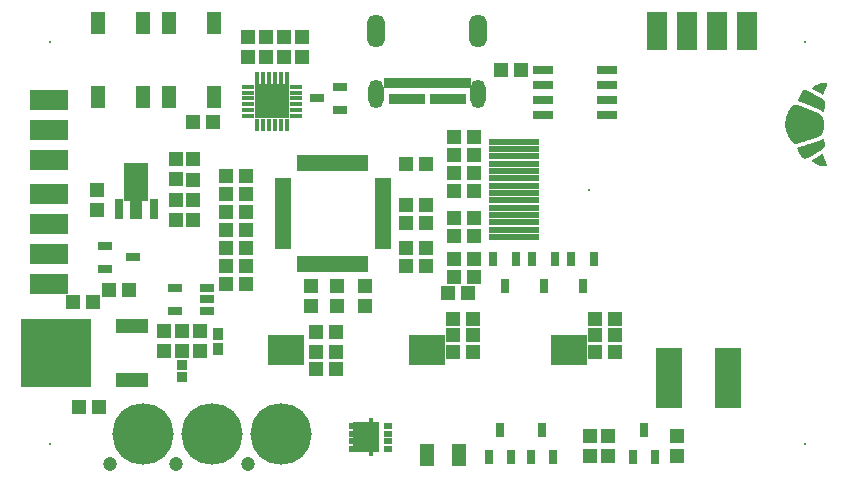
<source format=gbs>
G04*
G04 #@! TF.GenerationSoftware,Altium Limited,Altium Designer,20.1.12 (249)*
G04*
G04 Layer_Color=16711935*
%FSLAX25Y25*%
%MOIN*%
G70*
G04*
G04 #@! TF.SameCoordinates,5D91F948-5D34-48A5-82E7-886A0B8BAD73*
G04*
G04*
G04 #@! TF.FilePolarity,Negative*
G04*
G01*
G75*
%ADD11C,0.00800*%
%ADD12R,0.00800X0.00800*%
%ADD33R,0.01693X0.12638*%
%ADD53R,0.12611X0.06706*%
%ADD54R,0.05131X0.04737*%
%ADD55R,0.23635X0.22973*%
%ADD56R,0.11036X0.04973*%
%ADD57R,0.09068X0.20485*%
%ADD58R,0.03162X0.04934*%
%ADD59R,0.03950X0.02769*%
%ADD60R,0.01981X0.03556*%
%ADD61R,0.04737X0.05131*%
%ADD62R,0.04934X0.03162*%
%ADD63R,0.03300X0.03300*%
%ADD64R,0.03556X0.04343*%
%ADD65R,0.04528X0.02953*%
%ADD66R,0.05131X0.07493*%
%ADD67R,0.08595X0.10446*%
%ADD68R,0.01981X0.02178*%
%ADD69R,0.03162X0.02178*%
%ADD70R,0.06706X0.03162*%
%ADD71R,0.04737X0.07493*%
%ADD72R,0.02965X0.06607*%
%ADD73R,0.03950X0.06607*%
%ADD74R,0.08083X0.13103*%
%ADD75R,0.04737X0.03556*%
%ADD76R,0.06706X0.12611*%
%ADD77C,0.20485*%
%ADD78C,0.04737*%
%ADD79R,0.03950X0.01784*%
%ADD80R,0.01784X0.03950*%
%ADD81R,0.11430X0.11430*%
%ADD82R,0.05524X0.01981*%
%ADD83R,0.01981X0.05524*%
%ADD84R,0.16548X0.02060*%
%ADD85R,0.04540X0.02769*%
%ADD86O,0.05131X0.09461*%
%ADD87O,0.05918X0.11036*%
%ADD88C,0.03556*%
G36*
X270404Y132043D02*
X270821D01*
Y131983D01*
X271000D01*
Y131924D01*
X271119D01*
Y131745D01*
X271060D01*
Y131506D01*
X271000D01*
Y131327D01*
X270940D01*
Y131149D01*
X270881D01*
Y130970D01*
X270821D01*
Y130851D01*
X270761D01*
Y130672D01*
X270702D01*
Y130552D01*
X270642D01*
Y130374D01*
X270583D01*
Y130254D01*
X270523D01*
Y130135D01*
X270463D01*
Y129956D01*
X270404D01*
Y129837D01*
X270344D01*
Y129718D01*
X270285D01*
Y129539D01*
X270225D01*
Y129420D01*
X270165D01*
Y129300D01*
X270106D01*
Y129122D01*
X270046D01*
Y129002D01*
X269987D01*
Y128824D01*
X269927D01*
Y128704D01*
X269867D01*
Y128585D01*
X269808D01*
Y128406D01*
X269748D01*
Y128287D01*
X269688D01*
Y128168D01*
X269629D01*
Y128227D01*
X269510D01*
Y128287D01*
X269390D01*
Y128347D01*
X269271D01*
Y128406D01*
X269212D01*
Y128466D01*
X269092D01*
Y128525D01*
X268973D01*
Y128585D01*
X268854D01*
Y128645D01*
X268735D01*
Y128704D01*
X268675D01*
Y128764D01*
X268556D01*
Y128824D01*
X268436D01*
Y128883D01*
X268317D01*
Y128943D01*
X268198D01*
Y129002D01*
X268079D01*
Y129062D01*
X268019D01*
Y129122D01*
X267900D01*
Y129181D01*
X267781D01*
Y129241D01*
X267661D01*
Y129300D01*
X267542D01*
Y129360D01*
X267423D01*
Y129420D01*
X267363D01*
Y129479D01*
X267244D01*
Y129539D01*
X267125D01*
Y129599D01*
X267006D01*
Y129658D01*
X266886D01*
Y129718D01*
X266827D01*
Y129778D01*
X266707D01*
Y129837D01*
X266588D01*
Y129897D01*
X266469D01*
Y129956D01*
X266350D01*
Y130016D01*
X266231D01*
Y130076D01*
X266171D01*
Y130135D01*
X266052D01*
Y130195D01*
X265932D01*
Y130254D01*
X265992D01*
Y130314D01*
X266052D01*
Y130433D01*
X266171D01*
Y130552D01*
X266231D01*
Y130612D01*
X266290D01*
Y130672D01*
X266350D01*
Y130731D01*
X266469D01*
Y130791D01*
X266529D01*
Y130851D01*
X266588D01*
Y130910D01*
X266648D01*
Y130970D01*
X266707D01*
Y131029D01*
X266827D01*
Y131089D01*
X266886D01*
Y131149D01*
X266946D01*
Y131208D01*
X267065D01*
Y131268D01*
X267125D01*
Y131327D01*
X267244D01*
Y131387D01*
X267363D01*
Y131447D01*
X267483D01*
Y131506D01*
X267602D01*
Y131566D01*
X267721D01*
Y131626D01*
X267840D01*
Y131685D01*
X267959D01*
Y131745D01*
X268138D01*
Y131804D01*
X268317D01*
Y131864D01*
X268496D01*
Y131924D01*
X268794D01*
Y131983D01*
X269033D01*
Y132043D01*
X269569D01*
Y132103D01*
X270404D01*
Y132043D01*
D02*
G37*
G36*
X263846Y129837D02*
X263965D01*
Y129778D01*
X264144D01*
Y129718D01*
X264263D01*
Y129658D01*
X264383D01*
Y129599D01*
X264502D01*
Y129539D01*
X264621D01*
Y129479D01*
X264740D01*
Y129420D01*
X264800D01*
Y129360D01*
X264919D01*
Y129300D01*
X265038D01*
Y129241D01*
X265158D01*
Y129181D01*
X265277D01*
Y129122D01*
X265336D01*
Y129062D01*
X265456D01*
Y129002D01*
X265575D01*
Y128943D01*
X265694D01*
Y128883D01*
X265813D01*
Y128824D01*
X265932D01*
Y128764D01*
X266052D01*
Y128704D01*
X266111D01*
Y128645D01*
X266231D01*
Y128585D01*
X266350D01*
Y128525D01*
X266469D01*
Y128466D01*
X266588D01*
Y128406D01*
X266648D01*
Y128347D01*
X266767D01*
Y128287D01*
X266886D01*
Y128227D01*
X267006D01*
Y128168D01*
X267125D01*
Y128108D01*
X267184D01*
Y128049D01*
X267304D01*
Y127989D01*
X267423D01*
Y127929D01*
X267542D01*
Y127870D01*
X267661D01*
Y127810D01*
X267781D01*
Y127751D01*
X267900D01*
Y127691D01*
X267959D01*
Y127631D01*
X268079D01*
Y127572D01*
X268198D01*
Y127512D01*
X268317D01*
Y127452D01*
X268436D01*
Y127393D01*
X268496D01*
Y127333D01*
X268615D01*
Y127273D01*
X268735D01*
Y127214D01*
X268854D01*
Y127154D01*
X268973D01*
Y127095D01*
X269033D01*
Y127035D01*
X269092D01*
Y126975D01*
X269212D01*
Y126916D01*
X269271D01*
Y126856D01*
X269331D01*
Y126797D01*
X269390D01*
Y126737D01*
X269510D01*
Y126677D01*
X269569D01*
Y126618D01*
X269629D01*
Y126558D01*
X269688D01*
Y126498D01*
X269748D01*
Y126439D01*
X269808D01*
Y126379D01*
X269867D01*
Y126320D01*
X269927D01*
Y126260D01*
X269987D01*
Y126200D01*
X270046D01*
Y126141D01*
X270106D01*
Y126081D01*
X270165D01*
Y125962D01*
X270225D01*
Y125902D01*
X270285D01*
Y125783D01*
X270344D01*
Y125664D01*
X270404D01*
Y125485D01*
X270463D01*
Y124650D01*
X270404D01*
Y124352D01*
X270344D01*
Y124114D01*
X270285D01*
Y123935D01*
X270225D01*
Y123696D01*
X270165D01*
Y123577D01*
X270106D01*
Y123398D01*
X270046D01*
Y123220D01*
X269987D01*
Y123100D01*
X269927D01*
Y122922D01*
X269867D01*
Y122802D01*
X269808D01*
Y122623D01*
X269748D01*
Y122504D01*
X269688D01*
Y122444D01*
X269629D01*
Y122504D01*
X269569D01*
Y122564D01*
X269450D01*
Y122623D01*
X269390D01*
Y122683D01*
X269331D01*
Y122743D01*
X269271D01*
Y122802D01*
X269152D01*
Y122862D01*
X269092D01*
Y122922D01*
X268973D01*
Y122981D01*
X268913D01*
Y123041D01*
X268794D01*
Y123100D01*
X268675D01*
Y123160D01*
X268556D01*
Y123220D01*
X268436D01*
Y123279D01*
X268317D01*
Y123339D01*
X268198D01*
Y123398D01*
X268079D01*
Y123458D01*
X267959D01*
Y123518D01*
X267781D01*
Y123577D01*
X267661D01*
Y123637D01*
X267542D01*
Y123696D01*
X267363D01*
Y123756D01*
X267244D01*
Y123816D01*
X267065D01*
Y123875D01*
X266946D01*
Y123935D01*
X266767D01*
Y123995D01*
X266648D01*
Y124054D01*
X266469D01*
Y124114D01*
X266350D01*
Y124173D01*
X266171D01*
Y124233D01*
X266052D01*
Y124293D01*
X265873D01*
Y124352D01*
X265754D01*
Y124412D01*
X265575D01*
Y124471D01*
X265456D01*
Y124531D01*
X265277D01*
Y124591D01*
X265158D01*
Y124650D01*
X264979D01*
Y124710D01*
X264859D01*
Y124770D01*
X264681D01*
Y124829D01*
X264561D01*
Y124889D01*
X264442D01*
Y124949D01*
X264263D01*
Y125008D01*
X264084D01*
Y125068D01*
X263965D01*
Y125127D01*
X263846D01*
Y125187D01*
X263667D01*
Y125247D01*
X263548D01*
Y125306D01*
X263369D01*
Y125366D01*
X263250D01*
Y125425D01*
X263071D01*
Y125485D01*
X262952D01*
Y125545D01*
X262773D01*
Y125604D01*
X262653D01*
Y125664D01*
X262475D01*
Y125724D01*
X262355D01*
Y125783D01*
X262177D01*
Y125843D01*
X262057D01*
Y125902D01*
X261878D01*
Y125962D01*
X261700D01*
Y126022D01*
X261521D01*
Y126081D01*
X261342D01*
Y126141D01*
X261223D01*
Y126320D01*
X261282D01*
Y126439D01*
X261342D01*
Y126618D01*
X261402D01*
Y126737D01*
X261461D01*
Y126856D01*
X261521D01*
Y127035D01*
X261580D01*
Y127154D01*
X261640D01*
Y127333D01*
X261700D01*
Y127393D01*
X261759D01*
Y127572D01*
X261819D01*
Y127691D01*
X261878D01*
Y127810D01*
X261938D01*
Y127929D01*
X261998D01*
Y128049D01*
X262057D01*
Y128227D01*
X262117D01*
Y128287D01*
X262177D01*
Y128406D01*
X262236D01*
Y128525D01*
X262296D01*
Y128645D01*
X262355D01*
Y128764D01*
X262415D01*
Y128824D01*
X262475D01*
Y128943D01*
X262534D01*
Y129062D01*
X262594D01*
Y129122D01*
X262653D01*
Y129241D01*
X262713D01*
Y129300D01*
X262773D01*
Y129420D01*
X262832D01*
Y129479D01*
X262892D01*
Y129539D01*
X262952D01*
Y129599D01*
X263011D01*
Y129658D01*
X263071D01*
Y129718D01*
X263130D01*
Y129778D01*
X263250D01*
Y129837D01*
X263369D01*
Y129897D01*
X263846D01*
Y129837D01*
D02*
G37*
G36*
X260865Y124889D02*
X261044D01*
Y124829D01*
X261282D01*
Y124770D01*
X261461D01*
Y124710D01*
X261580D01*
Y124650D01*
X261759D01*
Y124591D01*
X261878D01*
Y124531D01*
X262057D01*
Y124471D01*
X262177D01*
Y124412D01*
X262355D01*
Y124352D01*
X262534D01*
Y124293D01*
X262653D01*
Y124233D01*
X262832D01*
Y124173D01*
X262952D01*
Y124114D01*
X263071D01*
Y124054D01*
X263250D01*
Y123995D01*
X263369D01*
Y123935D01*
X263548D01*
Y123875D01*
X263667D01*
Y123816D01*
X263846D01*
Y123756D01*
X263965D01*
Y123696D01*
X264144D01*
Y123637D01*
X264263D01*
Y123577D01*
X264442D01*
Y123518D01*
X264561D01*
Y123458D01*
X264681D01*
Y123398D01*
X264859D01*
Y123339D01*
X265038D01*
Y123279D01*
X265158D01*
Y123220D01*
X265336D01*
Y123160D01*
X265456D01*
Y123100D01*
X265634D01*
Y123041D01*
X265754D01*
Y122981D01*
X265932D01*
Y122922D01*
X266052D01*
Y122862D01*
X266231D01*
Y122802D01*
X266350D01*
Y122743D01*
X266469D01*
Y122683D01*
X266648D01*
Y122623D01*
X266827D01*
Y122564D01*
X266946D01*
Y122504D01*
X267125D01*
Y122444D01*
X267244D01*
Y122385D01*
X267363D01*
Y122325D01*
X267483D01*
Y122266D01*
X267661D01*
Y122206D01*
X267781D01*
Y122146D01*
X267900D01*
Y122087D01*
X268019D01*
Y122027D01*
X268138D01*
Y121968D01*
X268198D01*
Y121908D01*
X268317D01*
Y121848D01*
X268436D01*
Y121789D01*
X268496D01*
Y121729D01*
X268615D01*
Y121669D01*
X268675D01*
Y121610D01*
X268735D01*
Y121550D01*
X268794D01*
Y121491D01*
X268854D01*
Y121431D01*
X268913D01*
Y121371D01*
X268973D01*
Y121312D01*
X269033D01*
Y121252D01*
X269092D01*
Y121193D01*
X269152D01*
Y121133D01*
X269212D01*
Y121073D01*
X269271D01*
Y120954D01*
X269331D01*
Y120835D01*
X269390D01*
Y120775D01*
X269450D01*
Y120656D01*
X269510D01*
Y120537D01*
X269569D01*
Y120417D01*
X269629D01*
Y120239D01*
X269688D01*
Y120060D01*
X269748D01*
Y119941D01*
X269808D01*
Y119702D01*
X269867D01*
Y119464D01*
X269927D01*
Y119106D01*
X269987D01*
Y118331D01*
X270046D01*
Y118152D01*
X269987D01*
Y117317D01*
X269927D01*
Y116900D01*
X269867D01*
Y116721D01*
X269808D01*
Y116423D01*
X269748D01*
Y116244D01*
X269688D01*
Y116066D01*
X269629D01*
Y115887D01*
X269569D01*
Y115708D01*
X269510D01*
Y115588D01*
X269450D01*
Y115469D01*
X269390D01*
Y115350D01*
X269331D01*
Y115231D01*
X269271D01*
Y115112D01*
X269212D01*
Y114992D01*
X269152D01*
Y114933D01*
X269092D01*
Y114873D01*
X269033D01*
Y114754D01*
X268973D01*
Y114694D01*
X268913D01*
Y114635D01*
X268854D01*
Y114575D01*
X268794D01*
Y114515D01*
X268675D01*
Y114456D01*
X268615D01*
Y114396D01*
X268556D01*
Y114337D01*
X268436D01*
Y114277D01*
X268317D01*
Y114217D01*
X268198D01*
Y114158D01*
X268079D01*
Y114098D01*
X267959D01*
Y114039D01*
X267781D01*
Y113979D01*
X267661D01*
Y113919D01*
X267483D01*
Y113860D01*
X267244D01*
Y113800D01*
X267065D01*
Y113740D01*
X266886D01*
Y113681D01*
X266707D01*
Y113621D01*
X266529D01*
Y113561D01*
X266350D01*
Y113502D01*
X266111D01*
Y113442D01*
X265932D01*
Y113383D01*
X265754D01*
Y113323D01*
X265515D01*
Y113263D01*
X265336D01*
Y113204D01*
X265158D01*
Y113144D01*
X264979D01*
Y113085D01*
X264800D01*
Y113025D01*
X264621D01*
Y112965D01*
X264383D01*
Y112906D01*
X264204D01*
Y112846D01*
X264025D01*
Y112786D01*
X263846D01*
Y112727D01*
X263667D01*
Y112667D01*
X263488D01*
Y112608D01*
X263250D01*
Y112548D01*
X263071D01*
Y112488D01*
X262892D01*
Y112429D01*
X262713D01*
Y112369D01*
X262534D01*
Y112310D01*
X262355D01*
Y112250D01*
X262117D01*
Y112190D01*
X261938D01*
Y112131D01*
X261759D01*
Y112071D01*
X261580D01*
Y112012D01*
X261461D01*
Y111952D01*
X261223D01*
Y111892D01*
X260984D01*
Y111833D01*
X260448D01*
Y111892D01*
X260209D01*
Y111952D01*
X260090D01*
Y112012D01*
X259971D01*
Y112071D01*
X259911D01*
Y112131D01*
X259792D01*
Y112190D01*
X259732D01*
Y112250D01*
X259673D01*
Y112310D01*
X259554D01*
Y112369D01*
X259494D01*
Y112429D01*
X259434D01*
Y112488D01*
X259375D01*
Y112548D01*
X259315D01*
Y112608D01*
X259255D01*
Y112727D01*
X259196D01*
Y112786D01*
X259136D01*
Y112846D01*
X259076D01*
Y112906D01*
X259017D01*
Y112965D01*
X258957D01*
Y113085D01*
X258898D01*
Y113144D01*
X258838D01*
Y113204D01*
X258778D01*
Y113323D01*
X258719D01*
Y113383D01*
X258659D01*
Y113502D01*
X258600D01*
Y113561D01*
X258540D01*
Y113681D01*
X258480D01*
Y113740D01*
X258421D01*
Y113860D01*
X258361D01*
Y113979D01*
X258301D01*
Y114039D01*
X258242D01*
Y114158D01*
X258182D01*
Y114277D01*
X258123D01*
Y114396D01*
X258063D01*
Y114515D01*
X258003D01*
Y114635D01*
X257944D01*
Y114754D01*
X257884D01*
Y114873D01*
X257824D01*
Y115052D01*
X257765D01*
Y115171D01*
X257705D01*
Y115290D01*
X257646D01*
Y115469D01*
X257586D01*
Y115648D01*
X257526D01*
Y115827D01*
X257467D01*
Y116006D01*
X257407D01*
Y116185D01*
X257348D01*
Y116483D01*
X257288D01*
Y116662D01*
X257228D01*
Y117019D01*
X257169D01*
Y117258D01*
X257109D01*
Y117973D01*
X257049D01*
Y118808D01*
X257109D01*
Y119523D01*
X257169D01*
Y119821D01*
X257228D01*
Y120179D01*
X257288D01*
Y120358D01*
X257348D01*
Y120656D01*
X257407D01*
Y120835D01*
X257467D01*
Y121073D01*
X257526D01*
Y121252D01*
X257586D01*
Y121431D01*
X257646D01*
Y121610D01*
X257705D01*
Y121729D01*
X257765D01*
Y121908D01*
X257824D01*
Y122087D01*
X257884D01*
Y122206D01*
X257944D01*
Y122325D01*
X258003D01*
Y122444D01*
X258063D01*
Y122564D01*
X258123D01*
Y122683D01*
X258182D01*
Y122802D01*
X258242D01*
Y122922D01*
X258301D01*
Y123041D01*
X258361D01*
Y123160D01*
X258421D01*
Y123220D01*
X258480D01*
Y123339D01*
X258540D01*
Y123458D01*
X258600D01*
Y123518D01*
X258659D01*
Y123637D01*
X258719D01*
Y123696D01*
X258778D01*
Y123816D01*
X258838D01*
Y123875D01*
X258898D01*
Y123935D01*
X258957D01*
Y124054D01*
X259017D01*
Y124114D01*
X259076D01*
Y124173D01*
X259136D01*
Y124233D01*
X259196D01*
Y124293D01*
X259255D01*
Y124352D01*
X259315D01*
Y124412D01*
X259375D01*
Y124471D01*
X259434D01*
Y124531D01*
X259494D01*
Y124591D01*
X259554D01*
Y124650D01*
X259673D01*
Y124710D01*
X259732D01*
Y124770D01*
X259852D01*
Y124829D01*
X259971D01*
Y124889D01*
X260150D01*
Y124949D01*
X260865D01*
Y124889D01*
D02*
G37*
G36*
X269688Y113561D02*
X269748D01*
Y113442D01*
X269808D01*
Y113263D01*
X269867D01*
Y113144D01*
X269927D01*
Y113025D01*
X269987D01*
Y112846D01*
X270046D01*
Y112727D01*
X270106D01*
Y112548D01*
X270165D01*
Y112429D01*
X270225D01*
Y112250D01*
X270285D01*
Y112071D01*
X270344D01*
Y111833D01*
X270404D01*
Y111058D01*
X270344D01*
Y110938D01*
X270285D01*
Y110819D01*
X270225D01*
Y110759D01*
X270165D01*
Y110700D01*
X270106D01*
Y110581D01*
X270046D01*
Y110521D01*
X269987D01*
Y110461D01*
X269927D01*
Y110402D01*
X269867D01*
Y110342D01*
X269748D01*
Y110283D01*
X269688D01*
Y110223D01*
X269629D01*
Y110163D01*
X269569D01*
Y110104D01*
X269450D01*
Y110044D01*
X269390D01*
Y109985D01*
X269331D01*
Y109925D01*
X269212D01*
Y109865D01*
X269152D01*
Y109806D01*
X269033D01*
Y109746D01*
X268973D01*
Y109686D01*
X268854D01*
Y109627D01*
X268794D01*
Y109567D01*
X268675D01*
Y109508D01*
X268615D01*
Y109448D01*
X268496D01*
Y109388D01*
X268436D01*
Y109329D01*
X268317D01*
Y109269D01*
X268258D01*
Y109209D01*
X268138D01*
Y109150D01*
X268079D01*
Y109090D01*
X267959D01*
Y109031D01*
X267840D01*
Y108971D01*
X267781D01*
Y108911D01*
X267661D01*
Y108852D01*
X267602D01*
Y108792D01*
X267483D01*
Y108732D01*
X267363D01*
Y108673D01*
X267304D01*
Y108613D01*
X267184D01*
Y108554D01*
X267065D01*
Y108494D01*
X267006D01*
Y108434D01*
X266886D01*
Y108375D01*
X266827D01*
Y108315D01*
X266707D01*
Y108256D01*
X266588D01*
Y108196D01*
X266529D01*
Y108136D01*
X266409D01*
Y108077D01*
X266290D01*
Y108017D01*
X266231D01*
Y107957D01*
X266111D01*
Y107898D01*
X265992D01*
Y107838D01*
X265932D01*
Y107779D01*
X265813D01*
Y107719D01*
X265754D01*
Y107659D01*
X265634D01*
Y107600D01*
X265515D01*
Y107540D01*
X265396D01*
Y107481D01*
X265277D01*
Y107421D01*
X265158D01*
Y107361D01*
X264979D01*
Y107302D01*
X264859D01*
Y107242D01*
X264740D01*
Y107183D01*
X264561D01*
Y107123D01*
X264383D01*
Y107063D01*
X264263D01*
Y107004D01*
X264025D01*
Y106944D01*
X263190D01*
Y107004D01*
X263071D01*
Y107063D01*
X262952D01*
Y107123D01*
X262832D01*
Y107183D01*
X262773D01*
Y107242D01*
X262713D01*
Y107302D01*
X262653D01*
Y107361D01*
X262594D01*
Y107421D01*
X262534D01*
Y107481D01*
X262475D01*
Y107540D01*
X262415D01*
Y107659D01*
X262355D01*
Y107719D01*
X262296D01*
Y107779D01*
X262236D01*
Y107898D01*
X262177D01*
Y108017D01*
X262117D01*
Y108077D01*
X262057D01*
Y108196D01*
X261998D01*
Y108315D01*
X261938D01*
Y108434D01*
X261878D01*
Y108554D01*
X261819D01*
Y108613D01*
X261759D01*
Y108792D01*
X261700D01*
Y108911D01*
X261640D01*
Y109031D01*
X261580D01*
Y109150D01*
X261521D01*
Y109269D01*
X261461D01*
Y109448D01*
X261402D01*
Y109567D01*
X261342D01*
Y109746D01*
X261282D01*
Y109865D01*
X261223D01*
Y110044D01*
X261163D01*
Y110163D01*
X261104D01*
Y110342D01*
X261044D01*
Y110521D01*
X260984D01*
Y110581D01*
X261163D01*
Y110640D01*
X261402D01*
Y110700D01*
X261640D01*
Y110759D01*
X261819D01*
Y110819D01*
X261998D01*
Y110879D01*
X262177D01*
Y110938D01*
X262355D01*
Y110998D01*
X262534D01*
Y111058D01*
X262713D01*
Y111117D01*
X262952D01*
Y111177D01*
X263130D01*
Y111236D01*
X263309D01*
Y111296D01*
X263488D01*
Y111356D01*
X263667D01*
Y111415D01*
X263906D01*
Y111475D01*
X264025D01*
Y111535D01*
X264263D01*
Y111594D01*
X264442D01*
Y111654D01*
X264621D01*
Y111713D01*
X264859D01*
Y111773D01*
X264979D01*
Y111833D01*
X265217D01*
Y111892D01*
X265396D01*
Y111952D01*
X265575D01*
Y112012D01*
X265813D01*
Y112071D01*
X265932D01*
Y112131D01*
X266171D01*
Y112190D01*
X266290D01*
Y112250D01*
X266529D01*
Y112310D01*
X266707D01*
Y112369D01*
X266886D01*
Y112429D01*
X267125D01*
Y112488D01*
X267244D01*
Y112548D01*
X267483D01*
Y112608D01*
X267661D01*
Y112667D01*
X267840D01*
Y112727D01*
X268019D01*
Y112786D01*
X268198D01*
Y112846D01*
X268377D01*
Y112906D01*
X268496D01*
Y112965D01*
X268615D01*
Y113025D01*
X268735D01*
Y113085D01*
X268854D01*
Y113144D01*
X268973D01*
Y113204D01*
X269092D01*
Y113263D01*
X269212D01*
Y113323D01*
X269271D01*
Y113383D01*
X269331D01*
Y113442D01*
X269450D01*
Y113502D01*
X269510D01*
Y113561D01*
X269569D01*
Y113621D01*
X269629D01*
Y113681D01*
X269688D01*
Y113561D01*
D02*
G37*
G36*
X269450Y108434D02*
X269510D01*
Y108256D01*
X269569D01*
Y108136D01*
X269629D01*
Y107957D01*
X269688D01*
Y107838D01*
X269748D01*
Y107719D01*
X269808D01*
Y107540D01*
X269867D01*
Y107421D01*
X269927D01*
Y107242D01*
X269987D01*
Y107123D01*
X270046D01*
Y106944D01*
X270106D01*
Y106825D01*
X270165D01*
Y106705D01*
X270225D01*
Y106527D01*
X270285D01*
Y106407D01*
X270344D01*
Y106288D01*
X270404D01*
Y106109D01*
X270463D01*
Y105990D01*
X270523D01*
Y105811D01*
X270583D01*
Y105692D01*
X270642D01*
Y105513D01*
X270702D01*
Y105394D01*
X270761D01*
Y105215D01*
X270821D01*
Y105036D01*
X270881D01*
Y104857D01*
X270940D01*
Y104440D01*
X270761D01*
Y104380D01*
X270285D01*
Y104321D01*
X269688D01*
Y104380D01*
X269152D01*
Y104440D01*
X268854D01*
Y104500D01*
X268615D01*
Y104559D01*
X268377D01*
Y104619D01*
X268198D01*
Y104678D01*
X268019D01*
Y104738D01*
X267900D01*
Y104798D01*
X267721D01*
Y104857D01*
X267602D01*
Y104917D01*
X267483D01*
Y104977D01*
X267363D01*
Y105036D01*
X267304D01*
Y105096D01*
X267184D01*
Y105156D01*
X267065D01*
Y105215D01*
X267006D01*
Y105275D01*
X266886D01*
Y105334D01*
X266827D01*
Y105394D01*
X266707D01*
Y105454D01*
X266648D01*
Y105513D01*
X266588D01*
Y105573D01*
X266529D01*
Y105632D01*
X266409D01*
Y105692D01*
X266350D01*
Y105752D01*
X266290D01*
Y105811D01*
X266231D01*
Y105871D01*
X266171D01*
Y105930D01*
X266111D01*
Y105990D01*
X266052D01*
Y106050D01*
X265992D01*
Y106109D01*
X265932D01*
Y106229D01*
X265873D01*
Y106288D01*
X265813D01*
Y106348D01*
X265932D01*
Y106407D01*
X266052D01*
Y106467D01*
X266171D01*
Y106527D01*
X266290D01*
Y106586D01*
X266409D01*
Y106646D01*
X266469D01*
Y106705D01*
X266588D01*
Y106765D01*
X266648D01*
Y106825D01*
X266767D01*
Y106884D01*
X266886D01*
Y106944D01*
X266946D01*
Y107004D01*
X267065D01*
Y107063D01*
X267184D01*
Y107123D01*
X267244D01*
Y107183D01*
X267363D01*
Y107242D01*
X267483D01*
Y107302D01*
X267542D01*
Y107361D01*
X267661D01*
Y107421D01*
X267781D01*
Y107481D01*
X267840D01*
Y107540D01*
X267959D01*
Y107600D01*
X268019D01*
Y107659D01*
X268138D01*
Y107719D01*
X268258D01*
Y107779D01*
X268317D01*
Y107838D01*
X268436D01*
Y107898D01*
X268496D01*
Y107957D01*
X268615D01*
Y108017D01*
X268735D01*
Y108077D01*
X268794D01*
Y108136D01*
X268913D01*
Y108196D01*
X268973D01*
Y108256D01*
X269092D01*
Y108315D01*
X269152D01*
Y108375D01*
X269271D01*
Y108434D01*
X269331D01*
Y108494D01*
X269450D01*
Y108434D01*
D02*
G37*
G36*
X191000Y38000D02*
X179000D01*
Y48000D01*
X191000D01*
Y38000D01*
D02*
G37*
G36*
X143756D02*
X131756D01*
Y48000D01*
X143756D01*
Y38000D01*
D02*
G37*
G36*
X96512D02*
X84512D01*
Y48000D01*
X96512D01*
Y38000D01*
D02*
G37*
D11*
X263779Y145669D02*
D03*
Y11811D02*
D03*
X11811D02*
D03*
Y145669D02*
D03*
D12*
X191503Y96595D02*
D03*
D33*
X119000Y14000D02*
D03*
D53*
X11500Y95000D02*
D03*
Y85000D02*
D03*
Y75000D02*
D03*
Y65000D02*
D03*
Y106500D02*
D03*
Y116500D02*
D03*
Y126500D02*
D03*
D54*
X146500Y73500D02*
D03*
X153193D02*
D03*
X146500Y67500D02*
D03*
X153193D02*
D03*
X144653Y62000D02*
D03*
X151347D02*
D03*
X21654Y24000D02*
D03*
X28346D02*
D03*
X26346Y59000D02*
D03*
X19654D02*
D03*
X153093Y42500D02*
D03*
X146400D02*
D03*
X200193Y48000D02*
D03*
X193500D02*
D03*
X200193Y42500D02*
D03*
X193500D02*
D03*
X200193Y53500D02*
D03*
X193500D02*
D03*
X153093D02*
D03*
X146400D02*
D03*
X153093Y48005D02*
D03*
X146400D02*
D03*
X107393Y49200D02*
D03*
X100700D02*
D03*
X107293Y36800D02*
D03*
X100600D02*
D03*
X107346Y42300D02*
D03*
X100654D02*
D03*
X77346Y71000D02*
D03*
X70653D02*
D03*
Y77000D02*
D03*
Y83000D02*
D03*
X38346Y63000D02*
D03*
X31653D02*
D03*
X77346Y65000D02*
D03*
X70653D02*
D03*
X162441Y136500D02*
D03*
X169134D02*
D03*
X130654Y91500D02*
D03*
X137346D02*
D03*
X130654Y85500D02*
D03*
X137346D02*
D03*
X130654Y71000D02*
D03*
X137346D02*
D03*
X77346Y95000D02*
D03*
X70653D02*
D03*
X70653Y101000D02*
D03*
X77346D02*
D03*
X137346Y105000D02*
D03*
X130654D02*
D03*
X137346Y77000D02*
D03*
X130654D02*
D03*
X59654Y119000D02*
D03*
X66347D02*
D03*
X70653Y89000D02*
D03*
X77346D02*
D03*
Y83000D02*
D03*
Y77000D02*
D03*
X153347Y102000D02*
D03*
X146653D02*
D03*
X153347Y96000D02*
D03*
X146653D02*
D03*
X146653Y114000D02*
D03*
X153347D02*
D03*
X146653Y108000D02*
D03*
X153347D02*
D03*
X146653Y87000D02*
D03*
X153347D02*
D03*
X153347Y81000D02*
D03*
X146653D02*
D03*
D55*
X13854Y42000D02*
D03*
D56*
X39445Y51016D02*
D03*
Y32984D02*
D03*
D57*
X237842Y33953D02*
D03*
X218157D02*
D03*
D58*
X163500Y64374D02*
D03*
X167240Y73626D02*
D03*
X159760D02*
D03*
X176500Y64374D02*
D03*
X180240Y73626D02*
D03*
X172760D02*
D03*
X189500Y64374D02*
D03*
X193240Y73626D02*
D03*
X185760D02*
D03*
X210000Y16626D02*
D03*
X206260Y7374D02*
D03*
X213740D02*
D03*
X179740D02*
D03*
X172260D02*
D03*
X176000Y16626D02*
D03*
X162000D02*
D03*
X158260Y7374D02*
D03*
X165740D02*
D03*
D59*
X181890Y41535D02*
D03*
Y45079D02*
D03*
X188189D02*
D03*
Y41535D02*
D03*
X134646D02*
D03*
Y45079D02*
D03*
X140945D02*
D03*
Y41535D02*
D03*
X87402D02*
D03*
Y45079D02*
D03*
X93701D02*
D03*
Y41535D02*
D03*
D60*
X138779Y132008D02*
D03*
X125984Y126890D02*
D03*
X127953D02*
D03*
X129921D02*
D03*
X131890D02*
D03*
X133858D02*
D03*
X135827D02*
D03*
X139764D02*
D03*
X141732D02*
D03*
X143701D02*
D03*
X145669D02*
D03*
X147638D02*
D03*
X149606D02*
D03*
X146653Y132008D02*
D03*
X144685D02*
D03*
X142717D02*
D03*
X140748D02*
D03*
X136811D02*
D03*
X134843D02*
D03*
X132874D02*
D03*
X130905D02*
D03*
X128937D02*
D03*
D61*
X54100Y106746D02*
D03*
Y100054D02*
D03*
X59600Y106647D02*
D03*
Y99954D02*
D03*
X59602Y93177D02*
D03*
Y86484D02*
D03*
X50000Y42654D02*
D03*
Y49347D02*
D03*
X56000Y49346D02*
D03*
Y42654D02*
D03*
X62000Y42654D02*
D03*
Y49347D02*
D03*
X221000Y14346D02*
D03*
Y7654D02*
D03*
X198000Y7654D02*
D03*
Y14346D02*
D03*
X192000Y14346D02*
D03*
Y7654D02*
D03*
X117041Y57710D02*
D03*
Y64403D02*
D03*
X99000Y57653D02*
D03*
Y64346D02*
D03*
X107500Y64346D02*
D03*
Y57653D02*
D03*
X27748Y89685D02*
D03*
Y96378D02*
D03*
X54100Y86554D02*
D03*
Y93247D02*
D03*
X78000Y147346D02*
D03*
Y140654D02*
D03*
X90000Y140654D02*
D03*
Y147346D02*
D03*
X96000Y147346D02*
D03*
Y140654D02*
D03*
X84000Y140654D02*
D03*
Y147346D02*
D03*
D62*
X39626Y74000D02*
D03*
X30374Y77740D02*
D03*
Y70260D02*
D03*
D63*
X56000Y37969D02*
D03*
Y34032D02*
D03*
D64*
X68000Y48559D02*
D03*
Y43441D02*
D03*
D65*
X64413Y63740D02*
D03*
Y60000D02*
D03*
Y56260D02*
D03*
X53587D02*
D03*
Y63740D02*
D03*
D66*
X148315Y8000D02*
D03*
X137685D02*
D03*
D67*
X117212Y14000D02*
D03*
D68*
X112760Y17839D02*
D03*
Y15280D02*
D03*
Y10161D02*
D03*
Y12720D02*
D03*
D69*
X124512Y17839D02*
D03*
Y15280D02*
D03*
Y12720D02*
D03*
Y10161D02*
D03*
D70*
X176370Y121500D02*
D03*
Y126500D02*
D03*
Y131500D02*
D03*
Y136500D02*
D03*
X197630Y121500D02*
D03*
Y126500D02*
D03*
Y131500D02*
D03*
Y136500D02*
D03*
D71*
X66535Y152165D02*
D03*
X51575D02*
D03*
Y127362D02*
D03*
X66535D02*
D03*
X42913Y152165D02*
D03*
X27953D02*
D03*
Y127362D02*
D03*
X42913D02*
D03*
D72*
X34843Y89976D02*
D03*
X46654D02*
D03*
D73*
X40748D02*
D03*
D74*
Y99032D02*
D03*
D75*
X150000Y132008D02*
D03*
X125591D02*
D03*
D76*
X214252Y149606D02*
D03*
X224252D02*
D03*
X234252D02*
D03*
X244252D02*
D03*
D77*
X89000Y15000D02*
D03*
X66000D02*
D03*
X43000D02*
D03*
D78*
X78000Y5000D02*
D03*
X54000D02*
D03*
X32000D02*
D03*
D79*
X93874Y128953D02*
D03*
Y130921D02*
D03*
Y125016D02*
D03*
Y123047D02*
D03*
Y126984D02*
D03*
Y121079D02*
D03*
X78126Y125016D02*
D03*
Y130921D02*
D03*
Y128953D02*
D03*
Y123047D02*
D03*
Y126984D02*
D03*
Y121079D02*
D03*
D80*
X86984Y133874D02*
D03*
X85016D02*
D03*
X90921D02*
D03*
X88953D02*
D03*
Y118126D02*
D03*
X86984D02*
D03*
X90921D02*
D03*
X81079Y133874D02*
D03*
X83047D02*
D03*
X85016Y118126D02*
D03*
X83047D02*
D03*
X81079D02*
D03*
D81*
X86000Y126000D02*
D03*
D82*
X123031Y77756D02*
D03*
Y79724D02*
D03*
Y81693D02*
D03*
Y83661D02*
D03*
Y85630D02*
D03*
Y87598D02*
D03*
Y89567D02*
D03*
Y91535D02*
D03*
Y93504D02*
D03*
Y95473D02*
D03*
Y97441D02*
D03*
Y99410D02*
D03*
X89567D02*
D03*
Y97441D02*
D03*
Y95473D02*
D03*
Y93504D02*
D03*
Y91535D02*
D03*
Y89567D02*
D03*
Y87598D02*
D03*
Y85630D02*
D03*
Y83661D02*
D03*
Y81693D02*
D03*
Y79724D02*
D03*
Y77756D02*
D03*
D83*
X117126Y105315D02*
D03*
X115157D02*
D03*
X113189D02*
D03*
X111221D02*
D03*
X109252D02*
D03*
X107283D02*
D03*
X105315D02*
D03*
X103347D02*
D03*
X101378D02*
D03*
X99409D02*
D03*
X97441D02*
D03*
X95472D02*
D03*
Y71850D02*
D03*
X97441D02*
D03*
X99409D02*
D03*
X101378D02*
D03*
X103347D02*
D03*
X105315D02*
D03*
X107283D02*
D03*
X109252D02*
D03*
X111221D02*
D03*
X113189D02*
D03*
X115157D02*
D03*
X117126D02*
D03*
D84*
X166700Y80787D02*
D03*
Y83228D02*
D03*
Y85669D02*
D03*
Y88110D02*
D03*
Y90551D02*
D03*
Y92992D02*
D03*
Y95433D02*
D03*
Y97874D02*
D03*
Y100315D02*
D03*
Y102756D02*
D03*
Y105197D02*
D03*
Y107638D02*
D03*
Y110079D02*
D03*
Y112520D02*
D03*
D85*
X108716Y130740D02*
D03*
Y123260D02*
D03*
X101000Y127000D02*
D03*
D86*
X120787Y128504D02*
D03*
X154803D02*
D03*
D87*
X120787Y149606D02*
D03*
X154803D02*
D03*
D88*
X86000Y126000D02*
D03*
M02*

</source>
